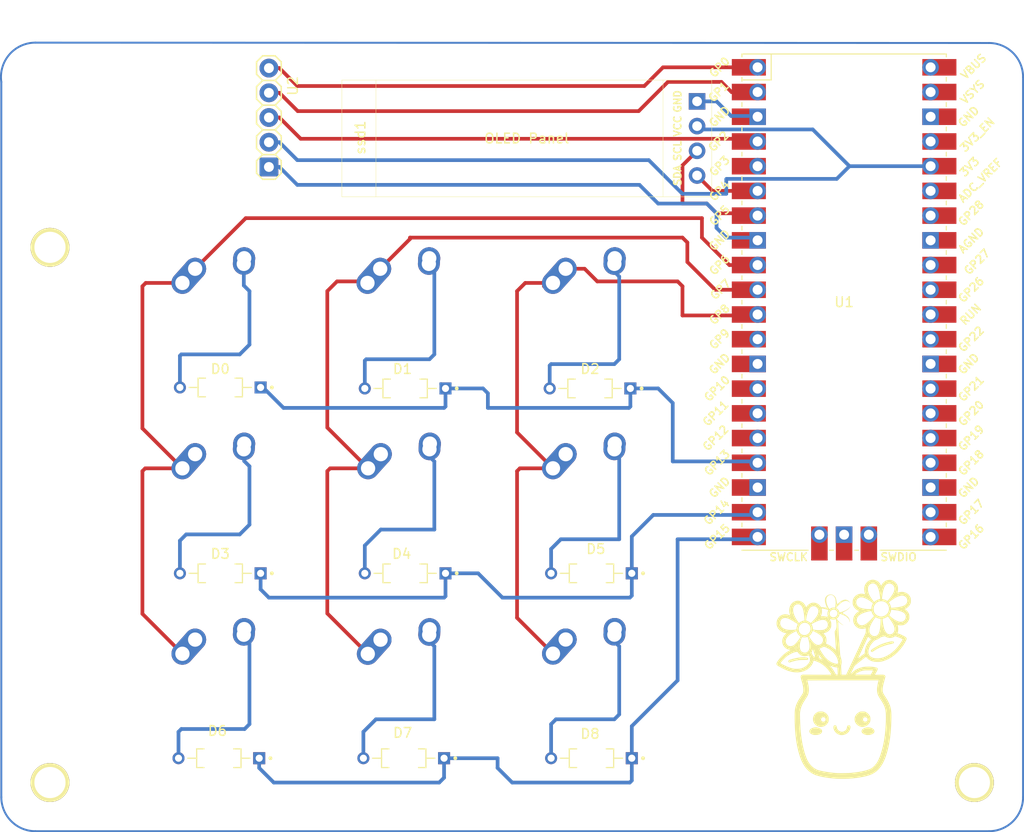
<source format=kicad_pcb>
(kicad_pcb (version 20221018) (generator pcbnew)
  (layers (0 "F.Cu" signal) (31 "B.Cu" signal) (34 "B.Paste" user) (35 "F.Paste" user) (36 "B.SilkS" user "B.Silkscreen") (37 "F.SilkS" user "F.Silkscreen") (38 "B.Mask" user) (39 "F.Mask" user) (44 "Edge.Cuts" user))
  (net 0 "")
  (net 1 "Row_0")
  (net 2 "Row_1")
  (net 3 "Col 0")
  (net 4 "Col 1")
  (net 5 "Col 2")
  (net 6 "Row_2")
  (net 23 "GND")
  (net 24 "KY040-SW")
  (net 25 "KY040-DT")
  (net 26 "KY040-CLK")
  (net 31 "VCC")
  (net 32 "SSD1306-SCK")
  (net 33 "SSD1306-SDA")
  (net 34 "Net-(MX1-ROW)")
  (net 35 "Net-(MX2-ROW)")
  (net 36 "Net-(MX3-ROW)")
  (net 37 "Net-(MX4-ROW)")
  (net 38 "Net-(MX5-ROW)")
  (net 39 "Net-(MX6-ROW)")
  (net 40 "Net-(MX7-ROW)")
  (net 41 "Net-(MX8-ROW)")
  (net 42 "Net-(MX9-ROW)")
  (footprint "1N4148-Diode:DIOAD829W49L456D191" (layer "F.Cu") (at 42.5 103.5 180)
    (fp_text reference "D3" (at 0 2) (layer "F.SilkS") (effects (font (size 1.000102 1.000102))))
    (fp_text value "1N4148")
    (pad "A" thru_hole circle (at 4.146 0 180) (size 1.238 1.238) (drill 0.73) (layers "*.Cu" "*.Mask") (net 37 "Net-(MX4-ROW)"))
    (pad "C" thru_hole rect (at -4.146 0 180) (size 1.238 1.238) (drill 0.73) (layers "*.Cu" "*.Mask") (net 2 "Row_1"))
  )
  (footprint "MX_Alps_Hybrid:MX-1U-NoLED" (layer "F.Cu") (at 80.5 114.3)
    (fp_text reference "MX9")
    (fp_text value "MX-NoLED")
    (pad "" np_thru_hole circle (at -5.08 0 48.0996) (size 1.75 1.75) (drill 1.75) (layers "*.Cu" "*.Mask"))
    (pad "" np_thru_hole circle (at 0 0) (size 3.9878 3.9878) (drill 3.9878) (layers "*.Cu" "*.Mask"))
    (pad "" np_thru_hole circle (at 5.08 0 48.0996) (size 1.75 1.75) (drill 1.75) (layers "*.Cu" "*.Mask"))
    (pad "1" thru_hole oval (at -3.81 -2.54 48.0996) (size 4.211556 2.25) (drill 1.47 (offset 0.980778 0)) (layers "*.Cu" "B.Mask") (net 5 "Col 2"))
    (pad "1" thru_hole circle (at -2.5 -4) (size 2.25 2.25) (drill 1.47) (layers "*.Cu" "B.Mask") (net 5 "Col 2"))
    (pad "2" thru_hole oval (at 2.5 -4.5 86.0548) (size 2.831378 2.25) (drill 1.47 (offset 0.290689 0)) (layers "*.Cu" "B.Mask") (net 42 "Net-(MX9-ROW)"))
    (pad "2" thru_hole circle (at 2.54 -5.08) (size 2.25 2.25) (drill 1.47) (layers "*.Cu" "B.Mask") (net 42 "Net-(MX9-ROW)"))
  )
  (footprint "LOGO" (layer "F.Cu") (at 106.5 114.5)
    (fp_text reference "G***" hide)
    (fp_text value "LOGO" hide)
  )
  (footprint "MX_Alps_Hybrid:MX-1U-NoLED" (layer "F.Cu") (at 42.42 114.31)
    (fp_text reference "MX7")
    (fp_text value "MX-NoLED")
    (pad "" np_thru_hole circle (at -5.08 0 48.0996) (size 1.75 1.75) (drill 1.75) (layers "*.Cu" "*.Mask"))
    (pad "" np_thru_hole circle (at 0 0) (size 3.9878 3.9878) (drill 3.9878) (layers "*.Cu" "*.Mask"))
    (pad "" np_thru_hole circle (at 5.08 0 48.0996) (size 1.75 1.75) (drill 1.75) (layers "*.Cu" "*.Mask"))
    (pad "1" thru_hole oval (at -3.81 -2.54 48.0996) (size 4.211556 2.25) (drill 1.47 (offset 0.980778 0)) (layers "*.Cu" "B.Mask") (net 3 "Col 0"))
    (pad "1" thru_hole circle (at -2.5 -4) (size 2.25 2.25) (drill 1.47) (layers "*.Cu" "B.Mask") (net 3 "Col 0"))
    (pad "2" thru_hole oval (at 2.5 -4.5 86.0548) (size 2.831378 2.25) (drill 1.47 (offset 0.290689 0)) (layers "*.Cu" "B.Mask") (net 40 "Net-(MX7-ROW)"))
    (pad "2" thru_hole circle (at 2.54 -5.08) (size 2.25 2.25) (drill 1.47) (layers "*.Cu" "B.Mask") (net 40 "Net-(MX7-ROW)"))
  )
  (footprint "1N4148-Diode:DIOAD829W49L456D191" (layer "F.Cu") (at 61.5 103.5 180)
    (fp_text reference "D4" (at 0.354 2) (layer "F.SilkS") (effects (font (size 1.000102 1.000102))))
    (fp_text value "1N4148")
    (pad "A" thru_hole circle (at 4.146 0 180) (size 1.238 1.238) (drill 0.73) (layers "*.Cu" "*.Mask") (net 38 "Net-(MX5-ROW)"))
    (pad "C" thru_hole rect (at -4.146 0 180) (size 1.238 1.238) (drill 0.73) (layers "*.Cu" "*.Mask") (net 2 "Row_1"))
  )
  (footprint "1N4148-Diode:DIOAD829W49L456D191" (layer "F.Cu") (at 61.5 84.5 180)
    (fp_text reference "D1" (at 0.27275 2) (layer "F.SilkS") (effects (font (size 1.000102 1.000102))))
    (fp_text value "1N4148")
    (pad "A" thru_hole circle (at 4.146 0 180) (size 1.238 1.238) (drill 0.73) (layers "*.Cu" "*.Mask") (net 35 "Net-(MX2-ROW)"))
    (pad "C" thru_hole rect (at -4.146 0 180) (size 1.238 1.238) (drill 0.73) (layers "*.Cu" "*.Mask") (net 1 "Row_0"))
  )
  (footprint "1N4148-Diode:DIOAD829W49L456D191" (layer "F.Cu") (at 80.5 84.5 180)
    (fp_text reference "D2" (at 0 2) (layer "F.SilkS") (effects (font (size 1.000102 1.000102))))
    (fp_text value "1N4148")
    (pad "A" thru_hole circle (at 4.146 0 180) (size 1.238 1.238) (drill 0.73) (layers "*.Cu" "*.Mask") (net 36 "Net-(MX3-ROW)"))
    (pad "C" thru_hole rect (at -4.146 0 180) (size 1.238 1.238) (drill 0.73) (layers "*.Cu" "*.Mask") (net 1 "Row_0"))
  )
  (footprint "1N4148-Diode:DIOAD829W49L456D191" (layer "F.Cu") (at 80.646 122.5 180)
    (fp_text reference "D8" (at 0.146 2.5) (layer "F.SilkS") (effects (font (size 1.000102 1.000102))))
    (fp_text value "1N4148")
    (pad "A" thru_hole circle (at 4.146 0 180) (size 1.238 1.238) (drill 0.73) (layers "*.Cu" "*.Mask") (net 42 "Net-(MX9-ROW)"))
    (pad "C" thru_hole rect (at -4.146 0 180) (size 1.238 1.238) (drill 0.73) (layers "*.Cu" "*.Mask") (net 6 "Row_2"))
  )
  (footprint "MX_Alps_Hybrid:MX-1U-NoLED" (layer "F.Cu") (at 61.5 95.25)
    (fp_text reference "MX5")
    (fp_text value "MX-NoLED")
    (pad "" np_thru_hole circle (at -5.08 0 48.0996) (size 1.75 1.75) (drill 1.75) (layers "*.Cu" "*.Mask"))
    (pad "" np_thru_hole circle (at 0 0) (size 3.9878 3.9878) (drill 3.9878) (layers "*.Cu" "*.Mask"))
    (pad "" np_thru_hole circle (at 5.08 0 48.0996) (size 1.75 1.75) (drill 1.75) (layers "*.Cu" "*.Mask"))
    (pad "1" thru_hole oval (at -3.81 -2.54 48.0996) (size 4.211556 2.25) (drill 1.47 (offset 0.980778 0)) (layers "*.Cu" "B.Mask") (net 4 "Col 1"))
    (pad "1" thru_hole circle (at -2.5 -4) (size 2.25 2.25) (drill 1.47) (layers "*.Cu" "B.Mask") (net 4 "Col 1"))
    (pad "2" thru_hole oval (at 2.5 -4.5 86.0548) (size 2.831378 2.25) (drill 1.47 (offset 0.290689 0)) (layers "*.Cu" "B.Mask") (net 38 "Net-(MX5-ROW)"))
    (pad "2" thru_hole circle (at 2.54 -5.08) (size 2.25 2.25) (drill 1.47) (layers "*.Cu" "B.Mask") (net 38 "Net-(MX5-ROW)"))
  )
  (footprint "KiCad-SSD1306-0.91-OLED-4pin-128x32.pretty-master:SSD1306-0.91-OLED-4pin-128x32" (layer "F.Cu") (at 55 52.81)
    (fp_text reference "ssd1" (at 1.9 5.91 90) (layer "F.SilkS"))
    (fp_text value "3")
    (fp_text user "OLED Panel" (at 19 6) (layer "F.SilkS"))
    (fp_text user "GND" (at 34.5 2.19 90) (layer "F.SilkS") (effects (font (size 0.75 0.75))))
    (fp_text user "SDA" (at 34.5 9.81 90) (layer "F.SilkS") (effects (font (size 0.75 0.75))))
    (fp_text user "SCL" (at 34.5 7.27 90) (layer "F.SilkS") (effects (font (size 0.75 0.75))))
    (fp_text user "VCC" (at 34.5 4.73 90) (layer "F.SilkS") (effects (font (size 0.75 0.75))))
    (pad "1" thru_hole rect (at 36.5 2.19) (size 1.7 1.7) (drill 1) (layers "*.Cu" "*.Mask") (net 23 "GND"))
    (pad "2" thru_hole oval (at 36.5 4.73) (size 1.7 1.7) (drill 1) (layers "*.Cu" "*.Mask") (net 31 "VCC"))
    (pad "3" thru_hole oval (at 36.5 7.27) (size 1.7 1.7) (drill 1) (layers "*.Cu" "*.Mask") (net 32 "SSD1306-SCK"))
    (pad "4" thru_hole oval (at 36.5 9.81) (size 1.7 1.7) (drill 1) (layers "*.Cu" "*.Mask") (net 33 "SSD1306-SDA"))
  )
  (footprint "KY-040:KY-040-PORT" (layer "F.Cu") (at 47.5 57.93 -90)
    (fp_text reference "U2" (at -4.5212 -2.4638 90) (layer "F.SilkS"))
    (fp_text value "KY-040")
    (pad "CLK" thru_hole circle (at -6.35 0 270) (size 1.9304 1.9304) (drill 1.016) (layers "*.Cu" "*.Mask") (net 26 "KY040-CLK"))
    (pad "DT" thru_hole circle (at -3.81 0 270) (size 1.9304 1.9304) (drill 1.016) (layers "*.Cu" "*.Mask") (net 25 "KY040-DT"))
    (pad "GND" thru_hole rect (at 3.81 0 270) (size 1.9304 1.9304) (drill 1.016) (layers "*.Cu" "*.Mask") (net 23 "GND"))
    (pad "SW" thru_hole circle (at -1.27 0 270) (size 1.9304 1.9304) (drill 1.016) (layers "*.Cu" "*.Mask") (net 24 "KY040-SW"))
    (pad "VCC" thru_hole circle (at 1.27 0 270) (size 1.9304 1.9304) (drill 1.016) (layers "*.Cu" "*.Mask") (net 31 "VCC"))
  )
  (footprint "1N4148-Diode:DIOAD829W49L456D191" (layer "F.Cu") (at 80.646 103.5 180)
    (fp_text reference "D5" (at -0.45 2.5) (layer "F.SilkS") (effects (font (size 1.000102 1.000102))))
    (fp_text value "1N4148")
    (pad "A" thru_hole circle (at 4.146 0 180) (size 1.238 1.238) (drill 0.73) (layers "*.Cu" "*.Mask") (net 39 "Net-(MX6-ROW)"))
    (pad "C" thru_hole rect (at -4.146 0 180) (size 1.238 1.238) (drill 0.73) (layers "*.Cu" "*.Mask") (net 2 "Row_1"))
  )
  (footprint "1N4148-Diode:DIOAD829W49L456D191" (layer "F.Cu") (at 42.354 122.5 180)
    (fp_text reference "D6" (at 0.14375 2.80625) (layer "F.SilkS") (effects (font (size 1.000102 1.000102))))
    (fp_text value "1N4148")
    (pad "A" thru_hole circle (at 4.146 0 180) (size 1.238 1.238) (drill 0.73) (layers "*.Cu" "*.Mask") (net 40 "Net-(MX7-ROW)"))
    (pad "C" thru_hole rect (at -4.146 0 180) (size 1.238 1.238) (drill 0.73) (layers "*.Cu" "*.Mask") (net 6 "Row_2"))
  )
  (footprint "MX_Alps_Hybrid:MX-1U-NoLED" (layer "F.Cu") (at 42.42 95.25)
    (fp_text reference "MX4")
    (fp_text value "MX-NoLED")
    (pad "" np_thru_hole circle (at -5.08 0 48.0996) (size 1.75 1.75) (drill 1.75) (layers "*.Cu" "*.Mask"))
    (pad "" np_thru_hole circle (at 0 0) (size 3.9878 3.9878) (drill 3.9878) (layers "*.Cu" "*.Mask"))
    (pad "" np_thru_hole circle (at 5.08 0 48.0996) (size 1.75 1.75) (drill 1.75) (layers "*.Cu" "*.Mask"))
    (pad "1" thru_hole oval (at -3.81 -2.54 48.0996) (size 4.211556 2.25) (drill 1.47 (offset 0.980778 0)) (layers "*.Cu" "B.Mask") (net 3 "Col 0"))
    (pad "1" thru_hole circle (at -2.5 -4) (size 2.25 2.25) (drill 1.47) (layers "*.Cu" "B.Mask") (net 3 "Col 0"))
    (pad "2" thru_hole oval (at 2.5 -4.5 86.0548) (size 2.831378 2.25) (drill 1.47 (offset 0.290689 0)) (layers "*.Cu" "B.Mask") (net 37 "Net-(MX4-ROW)"))
    (pad "2" thru_hole circle (at 2.54 -5.08) (size 2.25 2.25) (drill 1.47) (layers "*.Cu" "B.Mask") (net 37 "Net-(MX4-ROW)"))
  )
  (footprint "MX_Alps_Hybrid:MX-1U-NoLED" (layer "F.Cu") (at 80.5 76.2)
    (fp_text reference "MX3")
    (fp_text value "MX-NoLED")
    (pad "" np_thru_hole circle (at -5.08 0 48.0996) (size 1.75 1.75) (drill 1.75) (layers "*.Cu" "*.Mask"))
    (pad "" np_thru_hole circle (at 0 0) (size 3.9878 3.9878) (drill 3.9878) (layers "*.Cu" "*.Mask"))
    (pad "" np_thru_hole circle (at 5.08 0 48.0996) (size 1.75 1.75) (drill 1.75) (layers "*.Cu" "*.Mask"))
    (pad "1" thru_hole oval (at -3.81 -2.54 48.0996) (size 4.211556 2.25) (drill 1.47 (offset 0.980778 0)) (layers "*.Cu" "B.Mask") (net 5 "Col 2"))
    (pad "1" thru_hole circle (at -2.5 -4) (size 2.25 2.25) (drill 1.47) (layers "*.Cu" "B.Mask") (net 5 "Col 2"))
    (pad "2" thru_hole oval (at 2.5 -4.5 86.0548) (size 2.831378 2.25) (drill 1.47 (offset 0.290689 0)) (layers "*.Cu" "B.Mask") (net 36 "Net-(MX3-ROW)"))
    (pad "2" thru_hole circle (at 2.54 -5.08) (size 2.25 2.25) (drill 1.47) (layers "*.Cu" "B.Mask") (net 36 "Net-(MX3-ROW)"))
  )
  (footprint "1N4148-Diode:DIOAD829W49L456D191" (layer "F.Cu") (at 42.5 84.4 180)
    (fp_text reference "D0" (at 0 1.9) (layer "F.SilkS") (effects (font (size 1.000102 1.000102))))
    (fp_text value "1N4148")
    (pad "A" thru_hole circle (at 4.146 0 180) (size 1.238 1.238) (drill 0.73) (layers "*.Cu" "*.Mask") (net 34 "Net-(MX1-ROW)"))
    (pad "C" thru_hole rect (at -4.146 0 180) (size 1.238 1.238) (drill 0.73) (layers "*.Cu" "*.Mask") (net 1 "Row_0"))
  )
  (footprint "MX_Alps_Hybrid:MX-1U-NoLED" (layer "F.Cu") (at 61.47 114.32)
    (fp_text reference "MX8")
    (fp_text value "MX-NoLED")
    (pad "" np_thru_hole circle (at -5.08 0 48.0996) (size 1.75 1.75) (drill 1.75) (layers "*.Cu" "*.Mask"))
    (pad "" np_thru_hole circle (at 0 0) (size 3.9878 3.9878) (drill 3.9878) (layers "*.Cu" "*.Mask"))
    (pad "" np_thru_hole circle (at 5.08 0 48.0996) (size 1.75 1.75) (drill 1.75) (layers "*.Cu" "*.Mask"))
    (pad "1" thru_hole oval (at -3.81 -2.54 48.0996) (size 4.211556 2.25) (drill 1.47 (offset 0.980778 0)) (layers "*.Cu" "B.Mask") (net 4 "Col 1"))
    (pad "1" thru_hole circle (at -2.5 -4) (size 2.25 2.25) (drill 1.47) (layers "*.Cu" "B.Mask") (net 4 "Col 1"))
    (pad "2" thru_hole oval (at 2.5 -4.5 86.0548) (size 2.831378 2.25) (drill 1.47 (offset 0.290689 0)) (layers "*.Cu" "B.Mask") (net 41 "Net-(MX8-ROW)"))
    (pad "2" thru_hole circle (at 2.54 -5.08) (size 2.25 2.25) (drill 1.47) (layers "*.Cu" "B.Mask") (net 41 "Net-(MX8-ROW)"))
  )
  (footprint "MX_Alps_Hybrid:MX-1U-NoLED" (layer "F.Cu") (at 80.5 95.25)
    (fp_text reference "MX6")
    (fp_text value "MX-NoLED")
    (pad "" np_thru_hole circle (at -5.08 0 48.0996) (size 1.75 1.75) (drill 1.75) (layers "*.Cu" "*.Mask"))
    (pad "" np_thru_hole circle (at 0 0) (size 3.9878 3.9878) (drill 3.9878) (layers "*.Cu" "*.Mask"))
    (pad "" np_thru_hole circle (at 5.08 0 48.0996) (size 1.75 1.75) (drill 1.75) (layers "*.Cu" "*.Mask"))
    (pad "1" thru_hole oval (at -3.81 -2.54 48.0996) (size 4.211556 2.25) (drill 1.47 (offset 0.980778 0)) (layers "*.Cu" "B.Mask") (net 5 "Col 2"))
    (pad "1" thru_hole circle (at -2.5 -4) (size 2.25 2.25) (drill 1.47) (layers "*.Cu" "B.Mask") (net 5 "Col 2"))
    (pad "2" thru_hole oval (at 2.5 -4.5 86.0548) (size 2.831378 2.25) (drill 1.47 (offset 0.290689 0)) (layers "*.Cu" "B.Mask") (net 39 "Net-(MX6-ROW)"))
    (pad "2" thru_hole circle (at 2.54 -5.08) (size 2.25 2.25) (drill 1.47) (layers "*.Cu" "B.Mask") (net 39 "Net-(MX6-ROW)"))
  )
  (footprint "keyboard_parts.pretty-master:HOLE_M3" (layer "F.Cu") (at 25 125)
    (fp_text reference "HOLE_M3" hide)
    (fp_text value "VAL**" hide)
    (pad "1" thru_hole circle (at 0 0) (size 4 4) (drill 3.2) (layers "*.Cu" "*.Mask" "F.SilkS"))
  )
  (footprint "MCU_RaspberryPi_and_Boards:RPi_Pico_SMD_TH" (layer "F.Cu") (at 106.61 75.63)
    (fp_text reference "U1" (at 0 0) (layer "F.SilkS"))
    (fp_text value "Pico")
    (fp_text user "GP12" (at -13.2 13.97 45) (layer "F.SilkS") (effects (font (size 0.8 0.8))))
    (fp_text user "GP21" (at 13.054 8.9 45) (layer "F.SilkS") (effects (font (size 0.8 0.8))))
    (fp_text user "GP22" (at 13.054 3.81 45) (layer "F.SilkS") (effects (font (size 0.8 0.8))))
    (fp_text user "GND" (at 12.8 6.35 45) (layer "F.SilkS") (effects (font (size 0.8 0.8))))
    (fp_text user "GP26" (at 13.054 -1.27 45) (layer "F.SilkS") (effects (font (size 0.8 0.8))))
    (fp_text user "GND" (at 12.8 19.05 45) (layer "F.SilkS") (effects (font (size 0.8 0.8))))
    (fp_text user "SWCLK" (at -5.7 26.2) (layer "F.SilkS") (effects (font (size 0.8 0.8))))
    (fp_text user "GP27" (at 13.6525 -4.1275 -135) (layer "F.SilkS") (effects (font (size 0.8 0.8))))
    (fp_text user "VSYS" (at 13.2 -21.59 45) (layer "F.SilkS") (effects (font (size 0.8 0.8))))
    (fp_text user "GND" (at -12.8 -19.05 45) (layer "F.SilkS") (effects (font (size 0.8 0.8))))
    (fp_text user "GND" (at -12.8 19.05 45) (layer "F.SilkS") (effects (font (size 0.8 0.8))))
    (fp_text user "GP10" (at -13.054 8.89 45) (layer "F.SilkS") (effects (font (size 0.8 0.8))))
    (fp_text user "GP28" (at 13.054 -9.144 45) (layer "F.SilkS") (effects (font (size 0.8 0.8))))
    (fp_text user "GP20" (at 13.054 11.43 45) (layer "F.SilkS") (effects (font (size 0.8 0.8))))
    (fp_text user "GP7" (at -12.7 -1.3 45) (layer "F.SilkS") (effects (font (size 0.8 0.8))))
    (fp_text user "RUN" (at 13 1.27 45) (layer "F.SilkS") (effects (font (size 0.8 0.8))))
    (fp_text user "GP8" (at -12.8 1.27 45) (layer "F.SilkS") (effects (font (size 0.8 0.8))))
    (fp_text user "GP14" (at -13.1 21.59 45) (layer "F.SilkS") (effects (font (size 0.8 0.8))))
    (fp_text user "3V3_EN" (at 13.7 -17.2 45) (layer "F.SilkS") (effects (font (size 0.8 0.8))))
    (fp_text user "GP17" (at 13.054 21.59 45) (layer "F.SilkS") (effects (font (size 0.8 0.8))))
    (fp_text user "GP2" (at -12.9 -16.51 45) (layer "F.SilkS") (effects (font (size 0.8 0.8))))
    (fp_text user "GP5" (at -12.8 -8.89 45) (layer "F.SilkS") (effects (font (size 0.8 0.8))))
    (fp_text user "GP11" (at -13.2 11.43 45) (layer "F.SilkS") (effects (font (size 0.8 0.8))))
    (fp_text user "AGND" (at 13.054 -6.35 45) (layer "F.SilkS") (effects (font (size 0.8 0.8))))
    (fp_text user "GP9" (at -12.8 3.81 45) (layer "F.SilkS") (effects (font (size 0.8 0.8))))
    (fp_text user "ADC_VREF" (at 14 -12.5 45) (layer "F.SilkS") (effects (font (size 0.8 0.8))))
    (fp_text user "GP4" (at -12.8 -11.43 45) (layer "F.SilkS") (effects (font (size 0.8 0.8))))
    (fp_text user "GP3" (at -12.8 -13.97 45) (layer "F.SilkS") (effects (font (size 0.8 0.8))))
    (fp_text user "GP15" (at -13.054 24.13 45) (layer "F.SilkS") (effects (font (size 0.8 0.8))))
    (fp_text user "GP16" (at 13.054 24.13 45) (layer "F.SilkS") (effects (font (size 0.8 0.8))))
    (fp_text user "GND" (at 12.8 -19.05 45) (layer "F.SilkS") (effects (font (size 0.8 0.8))))
    (fp_text user "GP1" (at -12.9 -21.6 45) (layer "F.SilkS") (effects (font (size 0.8 0.8))))
    (fp_text user "VBUS" (at 13.3 -24.2 45) (layer "F.SilkS") (effects (font (size 0.8 0.8))))
    (fp_text user "GND" (at -12.8 -6.35 45) (layer "F.SilkS") (effects (font (size 0.8 0.8))))
    (fp_text user "GP19" (at 13.054 13.97 45) (layer "F.SilkS") (effects (font (size 0.8 0.8))))
    (fp_text user "SWDIO" (at 5.6 26.2) (layer "F.SilkS") (effects (font (size 0.8 0.8))))
    (fp_text user "GP13" (at -13.054 16.51 45) (layer "F.SilkS") (effects (font (size 0.8 0.8))))
    (fp_text user "GP6" (at -12.8 -3.81 45) (layer "F.SilkS") (effects (font (size 0.8 0.8))))
    (fp_text user "GND" (at -12.8 6.35 45) (layer "F.SilkS") (effects (font (size 0.8 0.8))))
    (fp_text user "3V3" (at 12.9 -13.9 45) (layer "F.SilkS") (effects (font (size 0.8 0.8))))
    (fp_text user "GP0" (at -12.8 -24.13 45) (layer "F.SilkS") (effects (font (size 0.8 0.8))))
    (fp_text user "GP18" (at 13.054 16.51 45) (layer "F.SilkS") (effects (font (size 0.8 0.8))))
    (pad "" np_thru_hole oval (at -2.725 -24) (size 1.8 1.8) (drill 1.8) (layers "*.Cu" "*.Mask"))
    (pad "" np_thru_hole oval (at -2.425 -20.97) (size 1.5 1.5) (drill 1.5) (layers "*.Cu" "*.Mask"))
    (pad "" np_thru_hole oval (at 2.425 -20.97) (size 1.5 1.5) (drill 1.5) (layers "*.Cu" "*.Mask"))
    (pad "" np_thru_hole oval (at 2.725 -24) (size 1.8 1.8) (drill 1.8) (layers "*.Cu" "*.Mask"))
    (pad "1" thru_hole oval (at -8.89 -24.13) (size 1.7 1.7) (drill 1.02) (layers "*.Cu" "*.Mask") (net 26 "KY040-CLK"))
    (pad "1" smd rect (at -8.89 -24.13) (size 3.5 1.7) (drill (offset -0.9 0)) (layers "F.Cu" "F.Mask") (net 26 "KY040-CLK"))
    (pad "2" thru_hole oval (at -8.89 -21.59) (size 1.7 1.7) (drill 1.02) (layers "*.Cu" "*.Mask") (net 25 "KY040-DT"))
    (pad "2" smd rect (at -8.89 -21.59) (size 3.5 1.7) (drill (offset -0.9 0)) (layers "F.Cu" "F.Mask") (net 25 "KY040-DT"))
    (pad "3" thru_hole rect (at -8.89 -19.05) (size 1.7 1.7) (drill 1.02) (layers "*.Cu" "*.Mask") (net 23 "GND"))
    (pad "3" smd rect (at -8.89 -19.05) (size 3.5 1.7) (drill (offset -0.9 0)) (layers "F.Cu" "F.Mask") (net 23 "GND"))
    (pad "4" thru_hole oval (at -8.89 -16.51) (size 1.7 1.7) (drill 1.02) (layers "*.Cu" "*.Mask") (net 24 "KY040-SW"))
    (pad "4" smd rect (at -8.89 -16.51) (size 3.5 1.7) (drill (offset -0.9 0)) (layers "F.Cu" "F.Mask") (net 24 "KY040-SW"))
    (pad "5" thru_hole oval (at -8.89 -13.97) (size 1.7 1.7) (drill 1.02) (layers "*.Cu" "*.Mask"))
    (pad "5" smd rect (at -8.89 -13.97) (size 3.5 1.7) (drill (offset -0.9 0)) (layers "F.Cu" "F.Mask"))
    (pad "6" thru_hole oval (at -8.89 -11.43) (size 1.7 1.7) (drill 1.02) (layers "*.Cu" "*.Mask") (net 33 "SSD1306-SDA"))
    (pad "6" smd rect (at -8.89 -11.43) (size 3.5 1.7) (drill (offset -0.9 0)) (layers "F.Cu" "F.Mask") (net 33 "SSD1306-SDA"))
    (pad "7" thru_hole oval (at -8.89 -8.89) (size 1.7 1.7) (drill 1.02) (layers "*.Cu" "*.Mask") (net 32 "SSD1306-SCK"))
    (pad "7" smd rect (at -8.89 -8.89) (size 3.5 1.7) (drill (offset -0.9 0)) (layers "F.Cu" "F.Mask") (net 32 "SSD1306-SCK"))
    (pad "8" thru_hole rect (at -8.89 -6.35) (size 1.7 1.7) (drill 1.02) (layers "*.Cu" "*.Mask") (net 23 "GND"))
    (pad "8" smd rect (at -8.89 -6.35) (size 3.5 1.7) (drill (offset -0.9 0)) (layers "F.Cu" "F.Mask") (net 23 "GND"))
    (pad "9" thru_hole oval (at -8.89 -3.81) (size 1.7 1.7) (drill 1.02) (layers "*.Cu" "*.Mask") (net 3 "Col 0"))
    (pad "9" smd rect (at -8.89 -3.81) (size 3.5 1.7) (drill (offset -0.9 0)) (layers "F.Cu" "F.Mask") (net 3 "Col 0"))
    (pad "10" thru_hole oval (at -8.89 -1.27) (size 1.7 1.7) (drill 1.02) (layers "*.Cu" "*.Mask") (net 4 "Col 1"))
    (pad "10" smd rect (at -8.89 -1.27) (size 3.5 1.7) (drill (offset -0.9 0)) (layers "F.Cu" "F.Mask") (net 4 "Col 1"))
    (pad "11" thru_hole oval (at -8.89 1.27) (size 1.7 1.7) (drill 1.02) (layers "*.Cu" "*.Mask") (net 5 "Col 2"))
    (pad "11" smd rect (at -8.89 1.27) (size 3.5 1.7) (drill (offset -0.9 0)) (layers "F.Cu" "F.Mask") (net 5 "Col 2"))
    (pad "12" thru_hole oval (at -8.89 3.81) (size 1.7 1.7) (drill 1.02) (layers "*.Cu" "*.Mask"))
    (pad "12" smd rect (at -8.89 3.81) (size 3.5 1.7) (drill (offset -0.9 0)) (layers "F.Cu" "F.Mask"))
    (pad "13" thru_hole rect (at -8.89 6.35) (size 1.7 1.7) (drill 1.02) (layers "*.Cu" "*.Mask") (net 23 "GND"))
    (pad "13" smd rect (at -8.89 6.35) (size 3.5 1.7) (drill (offset -0.9 0)) (layers "F.Cu" "F.Mask") (net 23 "GND"))
    (pad "14" thru_hole oval (at -8.89 8.89) (size 1.7 1.7) (drill 1.02) (layers "*.Cu" "*.Mask"))
    (pad "14" smd rect (at -8.89 8.89) (size 3.5 1.7) (drill (offset -0.9 0)) (layers "F.Cu" "F.Mask"))
    (pad "15" thru_hole oval (at -8.89 11.43) (size 1.7 1.7) (drill 1.02) (layers "*.Cu" "*.Mask"))
    (pad "15" smd rect (at -8.89 11.43) (size 3.5 1.7) (drill (offset -0.9 0)) (layers "F.Cu" "F.Mask"))
    (pad "16" thru_hole oval (at -8.89 13.97) (size 1.7 1.7) (drill 1.02) (layers "*.Cu" "*.Mask"))
    (pad "16" smd rect (at -8.89 13.97) (size 3.5 1.7) (drill (offset -0.9 0)) (layers "F.Cu" "F.Mask"))
    (pad "17" thru_hole oval (at -8.89 16.51) (size 1.7 1.7) (drill 1.02) (layers "*.Cu" "*.Mask") (net 1 "Row_0"))
    (pad "17" smd rect (at -8.89 16.51) (size 3.5 1.7) (drill (offset -0.9 0)) (layers "F.Cu" "F.Mask") (net 1 "Row_0"))
    (pad "18" thru_hole rect (at -8.89 19.05) (size 1.7 1.7) (drill 1.02) (layers "*.Cu" "*.Mask") (net 23 "GND"))
    (pad "18" smd rect (at -8.89 19.05) (size 3.5 1.7) (drill (offset -0.9 0)) (layers "F.Cu" "F.Mask") (net 23 "GND"))
    (pad "19" thru_hole oval (at -8.89 21.59) (size 1.7 1.7) (drill 1.02) (layers "*.Cu" "*.Mask") (net 2 "Row_1"))
    (pad "19" smd rect (at -8.89 21.59) (size 3.5 1.7) (drill (offset -0.9 0)) (layers "F.Cu" "F.Mask") (net 2 "Row_1"))
    (pad "20" thru_hole oval (at -8.89 24.13) (size 1.7 1.7) (drill 1.02) (layers "*.Cu" "*.Mask") (net 6 "Row_2"))
    (pad "20" smd rect (at -8.89 24.13) (size 3.5 1.7) (drill (offset -0.9 0)) (layers "F.Cu" "F.Mask") (net 6 "Row_2"))
    (pad "21" thru_hole oval (at 8.89 24.13) (size 1.7 1.7) (drill 1.02) (layers "*.Cu" "*.Mask"))
    (pad "21" smd rect (at 8.89 24.13) (size 3.5 1.7) (drill (offset 0.9 0)) (layers "F.Cu" "F.Mask"))
    (pad "22" thru_hole oval (at 8.89 21.59) (size 1.7 1.7) (drill 1.02) (layers "*.Cu" "*.Mask"))
    (pad "22" smd rect (at 8.89 21.59) (size 3.5 1.7) (drill (offset 0.9 0)) (layers "F.Cu" "F.Mask"))
    (pad "23" thru_hole rect (at 8.89 19.05) (size 1.7 1.7) (drill 1.02) (layers "*.Cu" "*.Mask"))
    (pad "23" smd rect (at 8.89 19.05) (size 3.5 1.7) (drill (offset 0.9 0)) (layers "F.Cu" "F.Mask"))
    (pad "24" thru_hole oval (at 8.89 16.51) (size 1.7 1.7) (drill 1.02) (layers "*.Cu" "*.Mask"))
    (pad "24" smd rect (at 8.89 16.51) (size 3.5 1.7) (drill (offset 0.9 0)) (layers "F.Cu" "F.Mask"))
    (pad "25" thru_hole oval (at 8.89 13.97) (size 1.7 1.7) (drill 1.02) (layers "*.Cu" "*.Mask"))
    (pad "25" smd rect (at 8.89 13.97) (size 3.5 1.7) (drill (offset 0.9 0)) (layers "F.Cu" "F.Mask"))
    (pad "26" thru_hole oval (at 8.89 11.43) (size 1.7 1.7) (drill 1.02) (layers "*.Cu" "*.Mask"))
    (pad "26" smd rect (at 8.89 11.43) (size 3.5 1.7) (drill (offset 0.9 0)) (layers "F.Cu" "F.Mask"))
    (pad "27" thru_hole oval (at 8.89 8.89) (size 1.7 1.7) (drill 1.02) (layers "*.Cu" "*.Mask"))
    (pad "27" smd rect (at 8.89 8.89) (size 3.5 1.7) (drill (offset 0.9 0)) (layers "F.Cu" "F.Mask"))
    (pad "28" thru_hole rect (at 8.89 6.35) (size 1.7 1.7) (drill 1.02) (layers "*.Cu" "*.Mask"))
    (pad "28" smd rect (at 8.89 6.35) (size 3.5 1.7) (drill (offset 0.9 0)) (layers "F.Cu" "F.Mask"))
    (pad "29" thru_hole oval (at 8.89 3.81) (size 1.7 1.7) (drill 1.02) (layers "*.Cu" "*.Mask"))
    (pad "29" smd rect (at 8.89 3.81) (size 3.5 1.7) (drill (offset 0.9 0)) (layers "F.Cu" "F.Mask"))
    (pad "30" thru_hole oval (at 8.89 1.27) (size 1.7 1.7) (drill 1.02) (layers "*.Cu" "*.Mask"))
    (pad "30" smd rect (at 8.89 1.27) (size 3.5 1.7) (drill (offset 0.9 0)) (layers "F.Cu" "F.Mask"))
    (pad "31" thru_hole oval (at 8.89 -1.27) (size 1.7 1.7) (drill 1.02) (layers "*.Cu" "*.Mask"))
    (pad "31" smd rect (at 8.89 -1.27) (size 3.5 1.7) (drill (offset 0.9 0)) (layers "F.Cu" "F.Mask"))
    (pad "32" thru_hole oval (at 8.89 -3.81) (size 1.7 1.7) (drill 1.02) (layers "*.Cu" "*.Mask"))
    (pad "32" smd rect (at 8.89 -3.81) (size 3.5 1.7) (drill (offset 0.9 0)) (layers "F.Cu" "F.Mask"))
    (pad "33" thru_hole rect (at 8.89 -6.35) (size 1.7 1.7) (drill 1.02) (layers "*.Cu" "*.Mask"))
    (pad "33" smd rect (at 8.89 -6.35) (size 3.5 1.7) (drill (offset 0.9 0)) (layers "F.Cu" "F.Mask"))
    (pad "34" thru_hole oval (at 8.89 -8.89) (size 1.7 1.7) (drill 1.02) (layers "*.Cu" "*.Mask"))
    (pad "34" smd rect (at 8.89 -8.89) (size 3.5 1.7) (drill (offset 0.9 0)) (layers "F.Cu" "F.Mask"))
    (pad "35" thru_hole oval (at 8.89 -11.43) (size 1.7 1.7) (drill 1.02) (layers "*.Cu" "*.Mask"))
    (pad "35" smd rect (at 8.89 -11.43) (size 3.5 1.7) (drill (offset 0.9 0)) (layers "F.Cu" "F.Mask"))
    (pad "36" thru_hole oval (at 8.89 -13.97) (size 1.7 1.7) (drill 1.02) (layers "*.Cu" "*.Mask") (net 31 "VCC"))
    (pad "36" smd rect (at 8.89 -13.97) (size 3.5 1.7) (drill (offset 0.9 0)) (layers "F.Cu" "F.Mask") (net 31 "VCC"))
    (pad "37" thru_hole oval (at 8.89 -16.51) (size 1.7 1.7) (drill 1.02) (layers "*.Cu" "*.Mask"))
    (pad "37" smd rect (at 8.89 -16.51) (size 3.5 1.7) (drill (offset 0.9 0)) (layers "F.Cu" "F.Mask"))
    (pad "38" thru_hole rect (at 8.89 -19.05) (size 1.7 1.7) (drill 1.02) (layers "*.Cu" "*.Mask") (net 23 "GND"))
    (pad "38" smd rect (at 8.89 -19.05) (size 3.5 1.7) (drill (offset 0.9 0)) (layers "F.Cu" "F.Mask") (net 23 "GND"))
    (pad "39" thru_hole oval (at 8.89 -21.59) (size 1.7 1.7) (drill 1.02) (layers "*.Cu" "*.Mask"))
    (pad "39" smd rect (at 8.89 -21.59) (size 3.5 1.7) (drill (offset 0.9 0)) (layers "F.Cu" "F.Mask"))
    (pad "40" thru_hole oval (at 8.89 -24.13) (size 1.7 1.7) (drill 1.02) (layers "*.Cu" "*.Mask"))
    (pad "40" smd rect (at 8.89 -24.13) (size 3.5 1.7) (drill (offset 0.9 0)) (layers "F.Cu" "F.Mask"))
    (pad "41" thru_hole oval (at -2.54 23.9) (size 1.7 1.7) (drill 1.02) (layers "*.Cu" "*.Mask"))
    (pad "41" smd rect (at -2.54 23.9 90) (size 3.5 1.7) (drill (offset -0.9 0)) (layers "F.Cu" "F.Mask"))
    (pad "42" thru_hole rect (at 0 23.9) (size 1.7 1.7) (drill 1.02) (layers "*.Cu" "*.Mask"))
    (pad "42" smd rect (at 0 23.9 90) (size 3.5 1.7) (drill (offset -0.9 0)) (layers "F.Cu" "F.Mask"))
    (pad "43" thru_hole oval (at 2.54 23.9) (size 1.7 1.7) (drill 1.02) (layers "*.Cu" "*.Mask"))
    (pad "43" smd rect (at 2.54 23.9 90) (size 3.5 1.7) (drill (offset -0.9 0)) (layers "F.Cu" "F.Mask"))
  )
  (footprint "keyboard_parts.pretty-master:HOLE_M3" (layer "F.Cu") (at 25 70)
    (fp_text reference "HOLE_M3" hide)
    (fp_text value "VAL**" hide)
    (pad "1" thru_hole circle (at 0 0) (size 4 4) (drill 3.2) (layers "*.Cu" "*.Mask" "F.SilkS"))
  )
  (footprint "MX_Alps_Hybrid:MX-1U-NoLED" (layer "F.Cu") (at 61.43625 76.2)
    (fp_text reference "MX2")
    (fp_text value "MX-NoLED")
    (pad "" np_thru_hole circle (at -5.08 0 48.0996) (size 1.75 1.75) (drill 1.75) (layers "*.Cu" "*.Mask"))
    (pad "" np_thru_hole circle (at 0 0) (size 3.9878 3.9878) (drill 3.9878) (layers "*.Cu" "*.Mask"))
    (pad "" np_thru_hole circle (at 5.08 0 48.0996) (size 1.75 1.75) (drill 1.75) (layers "*.Cu" "*.Mask"))
    (pad "1" thru_hole oval (at -3.81 -2.54 48.0996) (size 4.211556 2.25) (drill 1.47 (offset 0.980778 0)) (layers "*.Cu" "B.Mask") (net 4 "Col 1"))
    (pad "1" thru_hole circle (at -2.5 -4) (size 2.25 2.25) (drill 1.47) (layers "*.Cu" "B.Mask") (net 4 "Col 1"))
    (pad "2" thru_hole oval (at 2.5 -4.5 86.0548) (size 2.831378 2.25) (drill 1.47 (offset 0.290689 0)) (layers "*.Cu" "B.Mask") (net 35 "Net-(MX2-ROW)"))
    (pad "2" thru_hole circle (at 2.54 -5.08) (size 2.25 2.25) (drill 1.47) (layers "*.Cu" "B.Mask") (net 35 "Net-(MX2-ROW)"))
  )
  (footprint "1N4148-Diode:DIOAD829W49L456D191" (layer "F.Cu") (at 61.354 122.5 180)
    (fp_text reference "D7" (at 0.11 2.60625) (layer "F.SilkS") (effects (font (size 1.000102 1.000102))))
    (fp_text value "1N4148")
    (pad "A" thru_hole circle (at 4.146 0 180) (size 1.238 1.238) (drill 0.73) (layers "*.Cu" "*.Mask") (net 41 "Net-(MX8-ROW)"))
    (pad "C" thru_hole rect (at -4.146 0 180) (size 1.238 1.238) (drill 0.73) (layers "*.Cu" "*.Mask") (net 6 "Row_2"))
  )
  (footprint "MX_Alps_Hybrid:MX-1U-NoLED" (layer "F.Cu") (at 42.42 76.2)
    (fp_text reference "MX1")
    (fp_text value "MX-NoLED")
    (pad "" np_thru_hole circle (at -5.08 0 48.0996) (size 1.75 1.75) (drill 1.75) (layers "*.Cu" "*.Mask"))
    (pad "" np_thru_hole circle (at 0 0) (size 3.9878 3.9878) (drill 3.9878) (layers "*.Cu" "*.Mask"))
    (pad "" np_thru_hole circle (at 5.08 0 48.0996) (size 1.75 1.75) (drill 1.75) (layers "*.Cu" "*.Mask"))
    (pad "1" thru_hole oval (at -3.81 -2.54 48.0996) (size 4.211556 2.25) (drill 1.47 (offset 0.980778 0)) (layers "*.Cu" "B.Mask") (net 3 "Col 0"))
    (pad "1" thru_hole circle (at -2.5 -4) (size 2.25 2.25) (drill 1.47) (layers "*.Cu" "B.Mask") (net 3 "Col 0"))
    (pad "2" thru_hole oval (at 2.5 -4.5 86.0548) (size 2.831378 2.25) (drill 1.47 (offset 0.290689 0)) (layers "*.Cu" "B.Mask") (net 34 "Net-(MX1-ROW)"))
    (pad "2" thru_hole circle (at 2.54 -5.08) (size 2.25 2.25) (drill 1.47) (layers "*.Cu" "B.Mask") (net 34 "Net-(MX1-ROW)"))
  )
  (footprint "keyboard_parts.pretty-master:HOLE_M3" (layer "F.Cu") (at 120 125)
    (fp_text reference "HOLE_M3" hide)
    (fp_text value "VAL**" hide)
    (pad "1" thru_hole circle (at 0 0) (size 4 4) (drill 3.2) (layers "*.Cu" "*.Mask" "F.SilkS"))
  )
  (gr_arc (start 23.5 130) (mid 21.025126 128.974874) (end 20 126.5) (stroke (width 0.2)) (layer "B.Cu"))
  (gr_line (start 23.5 130) (end 121.5 130) (stroke (width 0.2)) (layer "B.Cu"))
  (gr_arc (start 121.5 49) (mid 123.974874 50.025126) (end 125 52.5) (stroke (width 0.2)) (layer "B.Cu"))
  (gr_arc (start 125 126.5) (mid 123.974874 128.974874) (end 121.5 130) (stroke (width 0.2)) (layer "B.Cu"))
  (gr_line (start 125 126.5) (end 125 52.5) (stroke (width 0.2)) (layer "B.Cu"))
  (gr_line (start 121.5 49) (end 23.5 48.964467) (stroke (width 0.2)) (layer "B.Cu"))
  (gr_line (start 20.000001 53) (end 20 126.5) (stroke (width 0.2)) (layer "B.Cu"))
  (gr_arc (start 20.000001 53) (mid 20.829068 50.183513) (end 23.5 48.964467) (stroke (width 0.2)) (layer "B.Cu"))
  (segment (start 69.5 84.5) (end 70 85) (width 0.381) (layer "B.Cu") (net 1))
  (segment (start 89 86) (end 89 92) (width 0.381) (layer "B.Cu") (net 1))
  (segment (start 65.646 86.354) (end 65.646 84.5) (width 0.381) (layer "B.Cu") (net 1))
  (segment (start 87.5 84.5) (end 89 86) (width 0.381) (layer "B.Cu") (net 1))
  (segment (start 65.646 84.5) (end 69.5 84.5) (width 0.381) (layer "B.Cu") (net 1))
  (segment (start 70 85) (end 70 86.5) (width 0.381) (layer "B.Cu") (net 1))
  (segment (start 84.5 86.5) (end 84.646 86.354) (width 0.381) (layer "B.Cu") (net 1))
  (segment (start 84.646 84.5) (end 87.5 84.5) (width 0.381) (layer "B.Cu") (net 1))
  (segment (start 46.9 84.4) (end 49 86.5) (width 0.381) (layer "B.Cu") (net 1))
  (segment (start 84.646 86.354) (end 84.646 84.5) (width 0.381) (layer "B.Cu") (net 1))
  (segment (start 89 92) (end 97.58 92) (width 0.381) (layer "B.Cu") (net 1))
  (segment (start 97.58 92) (end 97.72 92.14) (width 0.381) (layer "B.Cu") (net 1))
  (segment (start 49 86.5) (end 65.5 86.5) (width 0.381) (layer "B.Cu") (net 1))
  (segment (start 46.646 84.4) (end 46.9 84.4) (width 0.381) (layer "B.Cu") (net 1))
  (segment (start 70 86.5) (end 84.5 86.5) (width 0.381) (layer "B.Cu") (net 1))
  (segment (start 65.5 86.5) (end 65.646 86.354) (width 0.381) (layer "B.Cu") (net 1))
  (segment (start 65.646 84.5) (end 65.20075 84.05475) (width 0.381) (layer "B.Cu") (net 1))
  (segment (start 84.584 106) (end 84.792 105.792) (width 0.381) (layer "B.Cu") (net 2))
  (segment (start 84.792 103.5) (end 84.792 99.708) (width 0.381) (layer "B.Cu") (net 2))
  (segment (start 46.646 103.5) (end 46.646 105.146) (width 0.381) (layer "B.Cu") (net 2))
  (segment (start 84.792 105.792) (end 84.792 103.5) (width 0.381) (layer "B.Cu") (net 2))
  (segment (start 47.5 106) (end 65.5 106) (width 0.381) (layer "B.Cu") (net 2))
  (segment (start 65.646 105.854) (end 65.646 103.5) (width 0.381) (layer "B.Cu") (net 2))
  (segment (start 71.5 106) (end 84.584 106) (width 0.381) (layer "B.Cu") (net 2))
  (segment (start 84.792 99.708) (end 87 97.5) (width 0.381) (layer "B.Cu") (net 2))
  (segment (start 87 97.5) (end 97.44 97.5) (width 0.381) (layer "B.Cu") (net 2))
  (segment (start 65.5 106) (end 65.646 105.854) (width 0.381) (layer "B.Cu") (net 2))
  (segment (start 69 103.5) (end 71.5 106) (width 0.381) (layer "B.Cu") (net 2))
  (segment (start 97.44 97.5) (end 97.72 97.22) (width 0.381) (layer "B.Cu") (net 2))
  (segment (start 65.646 103.5) (end 69 103.5) (width 0.381) (layer "B.Cu") (net 2))
  (segment (start 46.646 105.146) (end 47.5 106) (width 0.381) (layer "B.Cu") (net 2))
  (segment (start 34.5 107.66) (end 38.61 111.77) (width 0.381) (layer "F.Cu") (net 3))
  (segment (start 92 69) (end 94.82 71.82) (width 0.381) (layer "F.Cu") (net 3))
  (segment (start 34.84 73.66) (end 34.5 74) (width 0.381) (layer "F.Cu") (net 3))
  (segment (start 92 67) (end 92 69) (width 0.381) (layer "F.Cu") (net 3))
  (segment (start 39.92 72.2) (end 45.12 67) (width 0.381) (layer "F.Cu") (net 3))
  (segment (start 34.5 93) (end 34.5 107.66) (width 0.381) (layer "F.Cu") (net 3))
  (segment (start 38.61 92.71) (end 34.79 92.71) (width 0.381) (layer "F.Cu") (net 3))
  (segment (start 94.82 71.82) (end 97.72 71.82) (width 0.381) (layer "F.Cu") (net 3))
  (segment (start 34.5 88.6) (end 38.61 92.71) (width 0.381) (layer "F.Cu") (net 3))
  (segment (start 45.12 67) (end 92 67) (width 0.381) (layer "F.Cu") (net 3))
  (segment (start 34.79 92.71) (end 34.5 93) (width 0.381) (layer "F.Cu") (net 3))
  (segment (start 34.5 74) (end 34.5 88.6) (width 0.381) (layer "F.Cu") (net 3))
  (segment (start 38.61 73.66) (end 34.84 73.66) (width 0.381) (layer "F.Cu") (net 3))
  (segment (start 53.5 107.62) (end 57.66 111.78) (width 0.381) (layer "F.Cu") (net 4))
  (segment (start 53.5 74.5) (end 53.5 88.52) (width 0.381) (layer "F.Cu") (net 4))
  (segment (start 90 69) (end 90.5 69.5) (width 0.381) (layer "F.Cu") (net 4))
  (segment (start 54.5 73.5) (end 53.5 74.5) (width 0.381) (layer "F.Cu") (net 4))
  (segment (start 53.5 88.52) (end 57.69 92.71) (width 0.381) (layer "F.Cu") (net 4))
  (segment (start 90.5 69.5) (end 90.5 71.5) (width 0.381) (layer "F.Cu") (net 4))
  (segment (start 53.79 92.71) (end 53.5 93) (width 0.381) (layer "F.Cu") (net 4))
  (segment (start 58.93625 72.2) (end 62 69.13625) (width 0.381) (layer "F.Cu") (net 4))
  (segment (start 57.69 92.71) (end 53.79 92.71) (width 0.381) (layer "F.Cu") (net 4))
  (segment (start 93.36 74.36) (end 97.72 74.36) (width 0.381) (layer "F.Cu") (net 4))
  (segment (start 90.5 71.5) (end 93.36 74.36) (width 0.381) (layer "F.Cu") (net 4))
  (segment (start 57.46625 73.5) (end 54.5 73.5) (width 0.381) (layer "F.Cu") (net 4))
  (segment (start 62 69.13625) (end 62 69) (width 0.381) (layer "F.Cu") (net 4))
  (segment (start 57.46625 73.5) (end 57.62625 73.66) (width 0.381) (layer "F.Cu") (net 4))
  (segment (start 53.5 93) (end 53.5 107.62) (width 0.381) (layer "F.Cu") (net 4))
  (segment (start 62 69) (end 90 69) (width 0.381) (layer "F.Cu") (net 4))
  (segment (start 73.84 73.66) (end 73 74.5) (width 0.381) (layer "F.Cu") (net 5))
  (segment (start 76.69 92.71) (end 73.29 92.71) (width 0.381) (layer "F.Cu") (net 5))
  (segment (start 79.942761 72.2) (end 81.242761 73.5) (width 0.381) (layer "F.Cu") (net 5))
  (segment (start 76.69 73.66) (end 73.84 73.66) (width 0.381) (layer "F.Cu") (net 5))
  (segment (start 73 74.5) (end 73 89.02) (width 0.381) (layer "F.Cu") (net 5))
  (segment (start 76.69 73.66) (end 76.099602 73.66) (width 0.381) (layer "F.Cu") (net 5))
  (segment (start 97.62 77) (end 97.72 76.9) (width 0.381) (layer "F.Cu") (net 5))
  (segment (start 73 89.02) (end 76.69 92.71) (width 0.381) (layer "F.Cu") (net 5))
  (segment (start 90 74) (end 90 77) (width 0.381) (layer "F.Cu") (net 5))
  (segment (start 76.099602 73.66) (end 75.759602 74) (width 0.381) (layer "F.Cu") (net 5))
  (segment (start 73 108.07) (end 76.69 111.76) (width 0.381) (layer "F.Cu") (net 5))
  (segment (start 78 72.2) (end 79.942761 72.2) (width 0.381) (layer "F.Cu") (net 5))
  (segment (start 90 77) (end 97.62 77) (width 0.381) (layer "F.Cu") (net 5))
  (segment (start 81.242761 73.5) (end 89.5 73.5) (width 0.381) (layer "F.Cu") (net 5))
  (segment (start 73.29 92.71) (end 73 93) (width 0.381) (layer "F.Cu") (net 5))
  (segment (start 73 93) (end 73 108.07) (width 0.381) (layer "F.Cu") (net 5))
  (segment (start 89.5 73.5) (end 90 74) (width 0.381) (layer "F.Cu") (net 5))
  (segment (start 84.584 125) (end 72.5 125) (width 0.381) (layer "B.Cu") (net 6))
  (segment (start 46.5 123.5) (end 48 125) (width 0.381) (layer "B.Cu") (net 6))
  (segment (start 89.5 114.5) (end 89.5 100) (width 0.381) (layer "B.Cu") (net 6))
  (segment (start 71 123.5) (end 72.5 125) (width 0.381) (layer "B.Cu") (net 6))
  (segment (start 97.48 100) (end 97.72 99.76) (width 0.381) (layer "B.Cu") (net 6))
  (segment (start 65.5 124.5) (end 65.5 122.5) (width 0.381) (layer "B.Cu") (net 6))
  (segment (start 84.792 124.792) (end 84.584 125) (width 0.381) (layer "B.Cu") (net 6))
  (segment (start 84.792 122.5) (end 84.792 119.208) (width 0.381) (layer "B.Cu") (net 6))
  (segment (start 48 125) (end 65 125) (width 0.381) (layer "B.Cu") (net 6))
  (segment (start 65.5 122.5) (end 71 122.5) (width 0.381) (layer "B.Cu") (net 6))
  (segment (start 46.5 122.5) (end 46.5 123.5) (width 0.381) (layer "B.Cu") (net 6))
  (segment (start 89.5 100) (end 97.48 100) (width 0.381) (layer "B.Cu") (net 6))
  (segment (start 65 125) (end 65.5 124.5) (width 0.381) (layer "B.Cu") (net 6))
  (segment (start 84.792 124.792) (end 84.792 122.5) (width 0.381) (layer "B.Cu") (net 6))
  (segment (start 71 122.5) (end 71 123.5) (width 0.381) (layer "B.Cu") (net 6))
  (segment (start 84.792 119.208) (end 89.5 114.5) (width 0.381) (layer "B.Cu") (net 6))
  (segment (start 95 56.5) (end 97.64 56.5) (width 0.381) (layer "B.Cu") (net 23))
  (segment (start 91.5 55) (end 93.5 55) (width 0.381) (layer "B.Cu") (net 23))
  (segment (start 48.58 61.74) (end 50.42 63.58) (width 0.381) (layer "B.Cu") (net 23))
  (segment (start 97.64 56.5) (end 97.72 56.58) (width 0.381) (layer "B.Cu") (net 23))
  (segment (start 97.44 69) (end 97.72 69.28) (width 0.381) (layer "B.Cu") (net 23))
  (segment (start 47.5 61.74) (end 48.58 61.74) (width 0.381) (layer "B.Cu") (net 23))
  (segment (start 87.5 65.5) (end 92.5 65.5) (width 0.381) (layer "B.Cu") (net 23))
  (segment (start 50.42 63.58) (end 85.58 63.58) (width 0.381) (layer "B.Cu") (net 23))
  (segment (start 93.5 68) (end 94.5 69) (width 0.381) (layer "B.Cu") (net 23))
  (segment (start 92.5 65.5) (end 93.5 66.5) (width 0.381) (layer "B.Cu") (net 23))
  (segment (start 93.5 66.5) (end 93.5 68) (width 0.381) (layer "B.Cu") (net 23))
  (segment (start 47.5 61.74) (end 47.58 61.66) (width 0.381) (layer "B.Cu") (net 23))
  (segment (start 94.5 69) (end 97.44 69) (width 0.381) (layer "B.Cu") (net 23))
  (segment (start 85.58 63.58) (end 87.5 65.5) (width 0.381) (layer "B.Cu") (net 23))
  (segment (start 93.5 55) (end 95 56.5) (width 0.381) (layer "B.Cu") (net 23))
  (segment (start 97.444156 58.844156) (end 97.72 59.12) (width 0.381) (layer "F.Cu") (net 24))
  (segment (start 47.5 56.66) (end 47.764156 56.924156) (width 0.381) (layer "F.Cu") (net 24))
  (segment (start 48.58 56.66) (end 50.764156 58.844156) (width 0.381) (layer "F.Cu") (net 24))
  (segment (start 50.764156 58.844156) (end 97.444156 58.844156) (width 0.381) (layer "F.Cu") (net 24))
  (segment (start 47.5 56.66) (end 48.58 56.66) (width 0.381) (layer "F.Cu") (net 24))
  (segment (start 94 53) (end 95.04 54.04) (width 0.381) (layer "F.Cu") (net 25))
  (segment (start 47.5 54.12) (end 48.58 54.12) (width 0.381) (layer "F.Cu") (net 25))
  (segment (start 48.58 54.12) (end 50.46 56) (width 0.381) (layer "F.Cu") (net 25))
  (segment (start 47.5 54.12) (end 47.54 54.08) (width 0.381) (layer "F.Cu") (net 25))
  (segment (start 50.46 56) (end 85.5 56) (width 0.381) (layer "F.Cu") (net 25))
  (segment (start 88.5 53) (end 94 53) (width 0.381) (layer "F.Cu") (net 25))
  (segment (start 85.5 56) (end 88.5 53) (width 0.381) (layer "F.Cu") (net 25))
  (segment (start 95.04 54.04) (end 97.72 54.04) (width 0.381) (layer "F.Cu") (net 25))
  (segment (start 86.08 53.42) (end 88 51.5) (width 0.381) (layer "F.Cu") (net 26))
  (segment (start 50.42 53.42) (end 86.08 53.42) (width 0.381) (layer "F.Cu") (net 26))
  (segment (start 88 51.5) (end 97.72 51.5) (width 0.381) (layer "F.Cu") (net 26))
  (segment (start 47.5 51.58) (end 47.58 51.5) (width 0.381) (layer "F.Cu") (net 26))
  (segment (start 47.5 51.58) (end 48.58 51.58) (width 0.381) (layer "F.Cu") (net 26))
  (segment (start 48.58 51.58) (end 50.42 53.42) (width 0.381) (layer "F.Cu") (net 26))
  (segment (start 47.5 59.2) (end 47.58 59.12) (width 0.381) (layer "B.Cu") (net 31))
  (segment (start 48.58 59.2) (end 50.42 61.04) (width 0.381) (layer "B.Cu") (net 31))
  (segment (start 94.5 64.5) (end 94.5 63) (width 0.381) (layer "B.Cu") (net 31))
  (segment (start 105.855844 62.964156) (end 107.16 61.66) (width 0.381) (layer "B.Cu") (net 31))
  (segment (start 91.5 57.54) (end 91.844156 57.884156) (width 0.381) (layer "B.Cu") (net 31))
  (segment (start 47.5 59.2) (end 48.58 59.2) (width 0.381) (layer "B.Cu") (net 31))
  (segment (start 86.54 61.04) (end 90 64.5) (width 0.381) (layer "B.Cu") (net 31))
  (segment (start 90 64.5) (end 94.5 64.5) (width 0.381) (layer "B.Cu") (net 31))
  (segment (start 107.16 61.66) (end 115.5 61.66) (width 0.381) (layer "B.Cu") (net 31))
  (segment (start 94.535844 62.964156) (end 105.855844 62.964156) (width 0.381) (layer "B.Cu") (net 31))
  (segment (start 91.844156 57.884156) (end 103.384156 57.884156) (width 0.381) (layer "B.Cu") (net 31))
  (segment (start 94.5 63) (end 94.535844 62.964156) (width 0.381) (layer "B.Cu") (net 31))
  (segment (start 103.384156 57.884156) (end 107.16 61.66) (width 0.381) (layer "B.Cu") (net 31))
  (segment (start 50.42 61.04) (end 86.54 61.04) (width 0.381) (layer "B.Cu") (net 31))
  (segment (start 93.5 66.5) (end 97.48 66.5) (width 0.381) (layer "F.Cu") (net 32))
  (segment (start 90 65.5) (end 92.5 65.5) (width 0.381) (layer "F.Cu") (net 32))
  (segment (start 97.48 66.5) (end 97.72 66.74) (width 0.381) (layer "F.Cu") (net 32))
  (segment (start 91.5 60.08) (end 90 61.58) (width 0.381) (layer "F.Cu") (net 32))
  (segment (start 92.5 65.5) (end 93.5 66.5) (width 0.381) (layer "F.Cu") (net 32))
  (segment (start 90 61.58) (end 90 65.5) (width 0.381) (layer "F.Cu") (net 32))
  (segment (start 91.5 62.62) (end 93.08 64.2) (width 0.381) (layer "F.Cu") (net 33))
  (segment (start 93.08 64.2) (end 97.72 64.2) (width 0.381) (layer "F.Cu") (net 33))
  (segment (start 44.92 73.92) (end 45.5 74.5) (width 0.381) (layer "B.Cu") (net 34))
  (segment (start 44.5 81) (end 38.5 81) (width 0.381) (layer "B.Cu") (net 34))
  (segment (start 45.5 80) (end 44.5 81) (width 0.381) (layer "B.Cu") (net 34))
  (segment (start 38.5 81) (end 38.354 81.146) (width 0.381) (layer "B.Cu") (net 34))
  (segment (start 38.354 81.146) (end 38.354 84.4) (width 0.381) (layer "B.Cu") (net 34))
  (segment (start 45.5 74.5) (end 45.5 80) (width 0.381) (layer "B.Cu") (net 34))
  (segment (start 44.92 71.7) (end 44.92 73.92) (width 0.381) (layer "B.Cu") (net 34))
  (segment (start 64 81.5) (end 57.5 81.5) (width 0.381) (layer "B.Cu") (net 35))
  (segment (start 64.5 81) (end 64 81.5) (width 0.381) (layer "B.Cu") (net 35))
  (segment (start 63.93625 71.7) (end 64.5 72.26375) (width 0.381) (layer "B.Cu") (net 35))
  (segment (start 57.254 84.4) (end 57.354 84.5) (width 0.381) (layer "B.Cu") (net 35))
  (segment (start 57.354 81.646) (end 57.354 84.5) (width 0.381) (layer "B.Cu") (net 35))
  (segment (start 57.5 81.5) (end 57.354 81.646) (width 0.381) (layer "B.Cu") (net 35))
  (segment (start 64.5 72.26375) (end 64.5 81) (width 0.381) (layer "B.Cu") (net 35))
  (segment (start 83 72.5) (end 83.5 73) (width 0.381) (layer "B.Cu") (net 36))
  (segment (start 83.5 81.5) (end 83 82) (width 0.381) (layer "B.Cu") (net 36))
  (segment (start 76.5 82) (end 76.354 82.146) (width 0.381) (layer "B.Cu") (net 36))
  (segment (start 76.354 82.146) (end 76.354 84.5) (width 0.381) (layer "B.Cu") (net 36))
  (segment (start 83 71.7) (end 83 72.5) (width 0.381) (layer "B.Cu") (net 36))
  (segment (start 83.5 73) (end 83.5 81.5) (width 0.381) (layer "B.Cu") (net 36))
  (segment (start 83 82) (end 76.5 82) (width 0.381) (layer "B.Cu") (net 36))
  (segment (start 45.5 98.5) (end 44.5 99.5) (width 0.381) (layer "B.Cu") (net 37))
  (segment (start 44.96 91.96) (end 45.5 92.5) (width 0.381) (layer "B.Cu") (net 37))
  (segment (start 39 99.5) (end 38.354 100.146) (width 0.381) (layer "B.Cu") (net 37))
  (segment (start 38.354 100.146) (end 38.354 103.5) (width 0.381) (layer "B.Cu") (net 37))
  (segment (start 45.5 92.5) (end 45.5 98.5) (width 0.381) (layer "B.Cu") (net 37))
  (segment (start 44.5 99.5) (end 39 99.5) (width 0.381) (layer "B.Cu") (net 37))
  (segment (start 44.96 90.17) (end 44.96 91.96) (width 0.381) (layer "B.Cu") (net 37))
  (segment (start 64.5 99) (end 59 99) (width 0.381) (layer "B.Cu") (net 38))
  (segment (start 64 90.75) (end 64 91.5) (width 0.381) (layer "B.Cu") (net 38))
  (segment (start 57.354 100.646) (end 57.354 103.5) (width 0.381) (layer "B.Cu") (net 38))
  (segment (start 57.354 100.646) (end 59 99) (width 0.381) (layer "B.Cu") (net 38))
  (segment (start 64.5 92) (end 64.5 99) (width 0.381) (layer "B.Cu") (net 38))
  (segment (start 64 91.5) (end 64.5 92) (width 0.381) (layer "B.Cu") (net 38))
  (segment (start 83.5 91.25) (end 83 90.75) (width 0.381) (layer "B.Cu") (net 39))
  (segment (start 76.5 103.5) (end 76.5 101) (width 0.381) (layer "B.Cu") (net 39))
  (segment (start 83.5 100) (end 83.5 91.25) (width 0.381) (layer "B.Cu") (net 39))
  (segment (start 76.5 101) (end 77.5 100) (width 0.381) (layer "B.Cu") (net 39))
  (segment (start 77.5 100) (end 83.5 100) (width 0.381) (layer "B.Cu") (net 39))
  (segment (start 38.208 119.792) (end 38.5 119.5) (width 0.381) (layer "B.Cu") (net 40))
  (segment (start 38.5 119.5) (end 45 119.5) (width 0.381) (layer "B.Cu") (net 40))
  (segment (start 38.208 122.5) (end 38.208 119.792) (width 0.381) (layer "B.Cu") (net 40))
  (segment (start 45.5 119) (end 45.5 110.39) (width 0.381) (layer "B.Cu") (net 40))
  (segment (start 45.5 110.39) (end 44.92 109.81) (width 0.381) (layer "B.Cu") (net 40))
  (segment (start 45 119.5) (end 45.5 119) (width 0.381) (layer "B.Cu") (net 40))
  (segment (start 63.97 109.82) (end 63.97 110.47) (width 0.381) (layer "B.Cu") (net 41))
  (segment (start 64.5 111) (end 64.5 118.5) (width 0.381) (layer "B.Cu") (net 41))
  (segment (start 63.97 110.47) (end 64.5 111) (width 0.381) (layer "B.Cu") (net 41))
  (segment (start 64.5 118.5) (end 58.5 118.5) (width 0.381) (layer "B.Cu") (net 41))
  (segment (start 58.5 118.5) (end 57.208 119.792) (width 0.381) (layer "B.Cu") (net 41))
  (segment (start 57.208 119.792) (end 57.208 122.5) (width 0.381) (layer "B.Cu") (net 41))
  (segment (start 83 110.5) (end 83.5 111) (width 0.381) (layer "B.Cu") (net 42))
  (segment (start 76.5 119) (end 76.5 122.5) (width 0.381) (layer "B.Cu") (net 42))
  (segment (start 83.5 118) (end 83 118.5) (width 0.381) (layer "B.Cu") (net 42))
  (segment (start 77 118.5) (end 76.5 119) (width 0.381) (layer "B.Cu") (net 42))
  (segment (start 83 118.5) (end 77 118.5) (width 0.381) (layer "B.Cu") (net 42))
  (segment (start 83.5 111) (end 83.5 118) (width 0.381) (layer "B.Cu") (net 42))
  (segment (start 83 109.8) (end 83 110.5) (width 0.381) (layer "B.Cu") (net 42))
)
</source>
